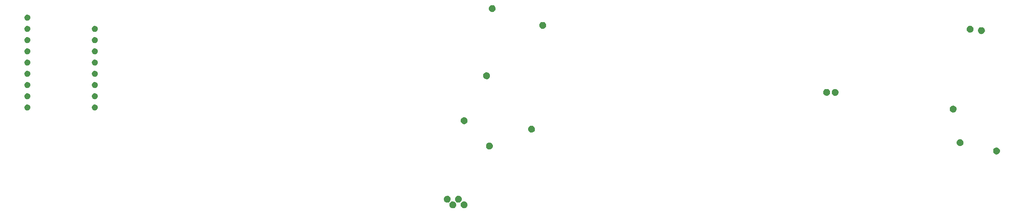
<source format=gbr>
%TF.GenerationSoftware,KiCad,Pcbnew,(5.1.6)-1*%
%TF.CreationDate,2020-06-07T23:27:20-04:00*%
%TF.ProjectId,kiCAD1,6b694341-4431-42e6-9b69-6361645f7063,rev?*%
%TF.SameCoordinates,Original*%
%TF.FileFunction,Soldermask,Top*%
%TF.FilePolarity,Negative*%
%FSLAX46Y46*%
G04 Gerber Fmt 4.6, Leading zero omitted, Abs format (unit mm)*
G04 Created by KiCad (PCBNEW (5.1.6)-1) date 2020-06-07 23:27:20*
%MOMM*%
%LPD*%
G01*
G04 APERTURE LIST*
%ADD10C,0.010000*%
%ADD11C,1.078570*%
%ADD12C,1.304760*%
G04 APERTURE END LIST*
D10*
%TO.C,G\u002A\u002A\u002A*%
G36*
X-1877775Y32224256D02*
G01*
X-1803229Y32216400D01*
X-1739986Y32199874D01*
X-1672586Y32171868D01*
X-1668008Y32169732D01*
X-1532715Y32086302D01*
X-1414174Y31974649D01*
X-1324131Y31846202D01*
X-1312777Y31824084D01*
X-1271159Y31700894D01*
X-1251281Y31557094D01*
X-1253743Y31408751D01*
X-1279143Y31271934D01*
X-1290859Y31236780D01*
X-1367059Y31090857D01*
X-1474131Y30967421D01*
X-1605322Y30870025D01*
X-1753880Y30802225D01*
X-1913053Y30767576D01*
X-2076089Y30769633D01*
X-2150883Y30783974D01*
X-2310378Y30844844D01*
X-2453090Y30939704D01*
X-2571311Y31062217D01*
X-2653288Y31197076D01*
X-2686458Y31305483D01*
X-2701625Y31436963D01*
X-2699020Y31576383D01*
X-2678875Y31708612D01*
X-2643837Y31813500D01*
X-2558045Y31950293D01*
X-2441862Y32069990D01*
X-2306869Y32161009D01*
X-2286000Y32171337D01*
X-2219437Y32199407D01*
X-2156582Y32216100D01*
X-2082212Y32224140D01*
X-1981106Y32226250D01*
X-1979084Y32226250D01*
X-1877775Y32224256D01*
G37*
X-1877775Y32224256D02*
X-1803229Y32216400D01*
X-1739986Y32199874D01*
X-1672586Y32171868D01*
X-1668008Y32169732D01*
X-1532715Y32086302D01*
X-1414174Y31974649D01*
X-1324131Y31846202D01*
X-1312777Y31824084D01*
X-1271159Y31700894D01*
X-1251281Y31557094D01*
X-1253743Y31408751D01*
X-1279143Y31271934D01*
X-1290859Y31236780D01*
X-1367059Y31090857D01*
X-1474131Y30967421D01*
X-1605322Y30870025D01*
X-1753880Y30802225D01*
X-1913053Y30767576D01*
X-2076089Y30769633D01*
X-2150883Y30783974D01*
X-2310378Y30844844D01*
X-2453090Y30939704D01*
X-2571311Y31062217D01*
X-2653288Y31197076D01*
X-2686458Y31305483D01*
X-2701625Y31436963D01*
X-2699020Y31576383D01*
X-2678875Y31708612D01*
X-2643837Y31813500D01*
X-2558045Y31950293D01*
X-2441862Y32069990D01*
X-2306869Y32161009D01*
X-2286000Y32171337D01*
X-2219437Y32199407D01*
X-2156582Y32216100D01*
X-2082212Y32224140D01*
X-1981106Y32226250D01*
X-1979084Y32226250D01*
X-1877775Y32224256D01*
G36*
X-106966804Y30067752D02*
G01*
X-106849378Y30048718D01*
X-106770547Y30019242D01*
X-106633409Y29927829D01*
X-106529751Y29815251D01*
X-106474474Y29721844D01*
X-106429795Y29591118D01*
X-106412948Y29447092D01*
X-106424329Y29304851D01*
X-106460425Y29187758D01*
X-106543415Y29053416D01*
X-106653469Y28945737D01*
X-106783839Y28867665D01*
X-106927773Y28822146D01*
X-107078523Y28812123D01*
X-107229339Y28840541D01*
X-107244464Y28845717D01*
X-107393221Y28918937D01*
X-107512285Y29022009D01*
X-107571748Y29101325D01*
X-107641547Y29247693D01*
X-107672092Y29399148D01*
X-107665023Y29549838D01*
X-107621981Y29693911D01*
X-107544607Y29825513D01*
X-107434542Y29938792D01*
X-107315000Y30017090D01*
X-107215218Y30051876D01*
X-107093951Y30068784D01*
X-106966804Y30067752D01*
G37*
X-106966804Y30067752D02*
X-106849378Y30048718D01*
X-106770547Y30019242D01*
X-106633409Y29927829D01*
X-106529751Y29815251D01*
X-106474474Y29721844D01*
X-106429795Y29591118D01*
X-106412948Y29447092D01*
X-106424329Y29304851D01*
X-106460425Y29187758D01*
X-106543415Y29053416D01*
X-106653469Y28945737D01*
X-106783839Y28867665D01*
X-106927773Y28822146D01*
X-107078523Y28812123D01*
X-107229339Y28840541D01*
X-107244464Y28845717D01*
X-107393221Y28918937D01*
X-107512285Y29022009D01*
X-107571748Y29101325D01*
X-107641547Y29247693D01*
X-107672092Y29399148D01*
X-107665023Y29549838D01*
X-107621981Y29693911D01*
X-107544607Y29825513D01*
X-107434542Y29938792D01*
X-107315000Y30017090D01*
X-107215218Y30051876D01*
X-107093951Y30068784D01*
X-106966804Y30067752D01*
G36*
X9611078Y28427320D02*
G01*
X9751454Y28385223D01*
X9760373Y28381181D01*
X9911917Y28290483D01*
X10032136Y28172549D01*
X10122753Y28028126D01*
X10157847Y27952059D01*
X10178533Y27889266D01*
X10188459Y27822684D01*
X10191273Y27735251D01*
X10191291Y27707612D01*
X10188525Y27606224D01*
X10178728Y27530181D01*
X10158745Y27462676D01*
X10134772Y27406675D01*
X10054232Y27275142D01*
X9945453Y27157191D01*
X9820324Y27064792D01*
X9768140Y27037568D01*
X9643433Y26996546D01*
X9502647Y26975817D01*
X9363966Y26976973D01*
X9269504Y26993932D01*
X9103827Y27061599D01*
X8963461Y27163039D01*
X8849537Y27297282D01*
X8786306Y27409868D01*
X8757082Y27480224D01*
X8740214Y27546996D01*
X8732650Y27626677D01*
X8731250Y27707612D01*
X8733117Y27803364D01*
X8741178Y27873991D01*
X8759123Y27936630D01*
X8790639Y28008415D01*
X8800246Y28028126D01*
X8893837Y28176254D01*
X9014878Y28293373D01*
X9162626Y28381181D01*
X9301391Y28425299D01*
X9455966Y28440678D01*
X9611078Y28427320D01*
G37*
X9611078Y28427320D02*
X9751454Y28385223D01*
X9760373Y28381181D01*
X9911917Y28290483D01*
X10032136Y28172549D01*
X10122753Y28028126D01*
X10157847Y27952059D01*
X10178533Y27889266D01*
X10188459Y27822684D01*
X10191273Y27735251D01*
X10191291Y27707612D01*
X10188525Y27606224D01*
X10178728Y27530181D01*
X10158745Y27462676D01*
X10134772Y27406675D01*
X10054232Y27275142D01*
X9945453Y27157191D01*
X9820324Y27064792D01*
X9768140Y27037568D01*
X9643433Y26996546D01*
X9502647Y26975817D01*
X9363966Y26976973D01*
X9269504Y26993932D01*
X9103827Y27061599D01*
X8963461Y27163039D01*
X8849537Y27297282D01*
X8786306Y27409868D01*
X8757082Y27480224D01*
X8740214Y27546996D01*
X8732650Y27626677D01*
X8731250Y27707612D01*
X8733117Y27803364D01*
X8741178Y27873991D01*
X8759123Y27936630D01*
X8790639Y28008415D01*
X8800246Y28028126D01*
X8893837Y28176254D01*
X9014878Y28293373D01*
X9162626Y28381181D01*
X9301391Y28425299D01*
X9455966Y28440678D01*
X9611078Y28427320D01*
G36*
X-91726804Y27527752D02*
G01*
X-91609378Y27508718D01*
X-91530547Y27479242D01*
X-91393085Y27387535D01*
X-91287227Y27273009D01*
X-91238408Y27195333D01*
X-91205784Y27129842D01*
X-91186986Y27070937D01*
X-91178348Y27002008D01*
X-91176219Y26913417D01*
X-91186843Y26765252D01*
X-91222601Y26641351D01*
X-91288015Y26529003D01*
X-91332560Y26473982D01*
X-91439416Y26382501D01*
X-91570743Y26317252D01*
X-91715831Y26280918D01*
X-91863973Y26276178D01*
X-92004460Y26305716D01*
X-92004464Y26305717D01*
X-92153749Y26379302D01*
X-92272962Y26482410D01*
X-92329430Y26557670D01*
X-92399506Y26704522D01*
X-92430388Y26856591D01*
X-92423717Y27007942D01*
X-92381136Y27152638D01*
X-92304289Y27284743D01*
X-92194817Y27398322D01*
X-92075000Y27477090D01*
X-91975218Y27511876D01*
X-91853951Y27528784D01*
X-91726804Y27527752D01*
G37*
X-91726804Y27527752D02*
X-91609378Y27508718D01*
X-91530547Y27479242D01*
X-91393085Y27387535D01*
X-91287227Y27273009D01*
X-91238408Y27195333D01*
X-91205784Y27129842D01*
X-91186986Y27070937D01*
X-91178348Y27002008D01*
X-91176219Y26913417D01*
X-91186843Y26765252D01*
X-91222601Y26641351D01*
X-91288015Y26529003D01*
X-91332560Y26473982D01*
X-91439416Y26382501D01*
X-91570743Y26317252D01*
X-91715831Y26280918D01*
X-91863973Y26276178D01*
X-92004460Y26305716D01*
X-92004464Y26305717D01*
X-92153749Y26379302D01*
X-92272962Y26482410D01*
X-92329430Y26557670D01*
X-92399506Y26704522D01*
X-92430388Y26856591D01*
X-92423717Y27007942D01*
X-92381136Y27152638D01*
X-92304289Y27284743D01*
X-92194817Y27398322D01*
X-92075000Y27477090D01*
X-91975218Y27511876D01*
X-91853951Y27528784D01*
X-91726804Y27527752D01*
G36*
X-106966804Y27527752D02*
G01*
X-106849378Y27508718D01*
X-106770547Y27479242D01*
X-106633409Y27387829D01*
X-106529751Y27275251D01*
X-106474474Y27181844D01*
X-106429795Y27051118D01*
X-106412948Y26907092D01*
X-106424329Y26764851D01*
X-106460425Y26647758D01*
X-106543415Y26513416D01*
X-106653469Y26405737D01*
X-106783839Y26327665D01*
X-106927773Y26282146D01*
X-107078523Y26272123D01*
X-107229339Y26300541D01*
X-107244464Y26305717D01*
X-107393221Y26378937D01*
X-107512285Y26482009D01*
X-107571748Y26561325D01*
X-107641547Y26707693D01*
X-107672092Y26859148D01*
X-107665023Y27009838D01*
X-107621981Y27153911D01*
X-107544607Y27285513D01*
X-107434542Y27398792D01*
X-107315000Y27477090D01*
X-107215218Y27511876D01*
X-107093951Y27528784D01*
X-106966804Y27527752D01*
G37*
X-106966804Y27527752D02*
X-106849378Y27508718D01*
X-106770547Y27479242D01*
X-106633409Y27387829D01*
X-106529751Y27275251D01*
X-106474474Y27181844D01*
X-106429795Y27051118D01*
X-106412948Y26907092D01*
X-106424329Y26764851D01*
X-106460425Y26647758D01*
X-106543415Y26513416D01*
X-106653469Y26405737D01*
X-106783839Y26327665D01*
X-106927773Y26282146D01*
X-107078523Y26272123D01*
X-107229339Y26300541D01*
X-107244464Y26305717D01*
X-107393221Y26378937D01*
X-107512285Y26482009D01*
X-107571748Y26561325D01*
X-107641547Y26707693D01*
X-107672092Y26859148D01*
X-107665023Y27009838D01*
X-107621981Y27153911D01*
X-107544607Y27285513D01*
X-107434542Y27398792D01*
X-107315000Y27477090D01*
X-107215218Y27511876D01*
X-107093951Y27528784D01*
X-106966804Y27527752D01*
G36*
X106217426Y27555415D02*
G01*
X106318758Y27527226D01*
X106430870Y27469466D01*
X106543336Y27383091D01*
X106643227Y27279680D01*
X106717613Y27170811D01*
X106718382Y27169360D01*
X106744497Y27115755D01*
X106761170Y27066426D01*
X106770471Y27009359D01*
X106774471Y26932542D01*
X106775250Y26839334D01*
X106774240Y26735667D01*
X106769785Y26662183D01*
X106759745Y26606750D01*
X106741981Y26557236D01*
X106716318Y26505236D01*
X106615706Y26355770D01*
X106490091Y26239283D01*
X106342533Y26157753D01*
X106176089Y26113159D01*
X106099074Y26105814D01*
X106006310Y26106235D01*
X105914729Y26114318D01*
X105853453Y26126074D01*
X105708195Y26187790D01*
X105575258Y26283536D01*
X105463435Y26405154D01*
X105381516Y26544490D01*
X105368714Y26575821D01*
X105332605Y26724597D01*
X105327481Y26885783D01*
X105352632Y27044080D01*
X105395897Y27162120D01*
X105481701Y27293292D01*
X105599683Y27408903D01*
X105740179Y27499809D01*
X105766126Y27512387D01*
X105905471Y27556172D01*
X106060864Y27570648D01*
X106217426Y27555415D01*
G37*
X106217426Y27555415D02*
X106318758Y27527226D01*
X106430870Y27469466D01*
X106543336Y27383091D01*
X106643227Y27279680D01*
X106717613Y27170811D01*
X106718382Y27169360D01*
X106744497Y27115755D01*
X106761170Y27066426D01*
X106770471Y27009359D01*
X106774471Y26932542D01*
X106775250Y26839334D01*
X106774240Y26735667D01*
X106769785Y26662183D01*
X106759745Y26606750D01*
X106741981Y26557236D01*
X106716318Y26505236D01*
X106615706Y26355770D01*
X106490091Y26239283D01*
X106342533Y26157753D01*
X106176089Y26113159D01*
X106099074Y26105814D01*
X106006310Y26106235D01*
X105914729Y26114318D01*
X105853453Y26126074D01*
X105708195Y26187790D01*
X105575258Y26283536D01*
X105463435Y26405154D01*
X105381516Y26544490D01*
X105368714Y26575821D01*
X105332605Y26724597D01*
X105327481Y26885783D01*
X105352632Y27044080D01*
X105395897Y27162120D01*
X105481701Y27293292D01*
X105599683Y27408903D01*
X105740179Y27499809D01*
X105766126Y27512387D01*
X105905471Y27556172D01*
X106060864Y27570648D01*
X106217426Y27555415D01*
G36*
X108727999Y27249636D02*
G01*
X108803152Y27240223D01*
X108869435Y27220739D01*
X108926206Y27196306D01*
X109080728Y27103436D01*
X109201453Y26985225D01*
X109289019Y26840843D01*
X109344061Y26669460D01*
X109348924Y26644811D01*
X109359419Y26477513D01*
X109331205Y26316417D01*
X109267904Y26167088D01*
X109173137Y26035089D01*
X109050522Y25925986D01*
X108903682Y25845342D01*
X108808094Y25813608D01*
X108678787Y25788126D01*
X108565308Y25785840D01*
X108448198Y25806559D01*
X108435337Y25809943D01*
X108272314Y25874845D01*
X108132708Y25974559D01*
X108018474Y26107409D01*
X107952140Y26224535D01*
X107922891Y26294949D01*
X107906039Y26361727D01*
X107898525Y26441403D01*
X107897181Y26521834D01*
X107899566Y26621401D01*
X107908875Y26696281D01*
X107928533Y26763977D01*
X107958256Y26833989D01*
X108048403Y26979796D01*
X108171967Y27101186D01*
X108325796Y27195069D01*
X108327292Y27195772D01*
X108398665Y27225597D01*
X108465338Y27242822D01*
X108544024Y27250582D01*
X108627333Y27252084D01*
X108727999Y27249636D01*
G37*
X108727999Y27249636D02*
X108803152Y27240223D01*
X108869435Y27220739D01*
X108926206Y27196306D01*
X109080728Y27103436D01*
X109201453Y26985225D01*
X109289019Y26840843D01*
X109344061Y26669460D01*
X109348924Y26644811D01*
X109359419Y26477513D01*
X109331205Y26316417D01*
X109267904Y26167088D01*
X109173137Y26035089D01*
X109050522Y25925986D01*
X108903682Y25845342D01*
X108808094Y25813608D01*
X108678787Y25788126D01*
X108565308Y25785840D01*
X108448198Y25806559D01*
X108435337Y25809943D01*
X108272314Y25874845D01*
X108132708Y25974559D01*
X108018474Y26107409D01*
X107952140Y26224535D01*
X107922891Y26294949D01*
X107906039Y26361727D01*
X107898525Y26441403D01*
X107897181Y26521834D01*
X107899566Y26621401D01*
X107908875Y26696281D01*
X107928533Y26763977D01*
X107958256Y26833989D01*
X108048403Y26979796D01*
X108171967Y27101186D01*
X108325796Y27195069D01*
X108327292Y27195772D01*
X108398665Y27225597D01*
X108465338Y27242822D01*
X108544024Y27250582D01*
X108627333Y27252084D01*
X108727999Y27249636D01*
G36*
X-91726804Y24987752D02*
G01*
X-91609378Y24968718D01*
X-91530547Y24939242D01*
X-91393085Y24847535D01*
X-91287227Y24733009D01*
X-91238408Y24655333D01*
X-91205784Y24589842D01*
X-91186986Y24530937D01*
X-91178348Y24462008D01*
X-91176219Y24373417D01*
X-91186843Y24225252D01*
X-91222601Y24101351D01*
X-91288015Y23989003D01*
X-91332560Y23933982D01*
X-91439416Y23842501D01*
X-91570743Y23777252D01*
X-91715831Y23740918D01*
X-91863973Y23736178D01*
X-92004460Y23765716D01*
X-92004464Y23765717D01*
X-92153749Y23839302D01*
X-92272962Y23942410D01*
X-92329430Y24017670D01*
X-92399506Y24164522D01*
X-92430388Y24316591D01*
X-92423717Y24467942D01*
X-92381136Y24612638D01*
X-92304289Y24744743D01*
X-92194817Y24858322D01*
X-92075000Y24937090D01*
X-91975218Y24971876D01*
X-91853951Y24988784D01*
X-91726804Y24987752D01*
G37*
X-91726804Y24987752D02*
X-91609378Y24968718D01*
X-91530547Y24939242D01*
X-91393085Y24847535D01*
X-91287227Y24733009D01*
X-91238408Y24655333D01*
X-91205784Y24589842D01*
X-91186986Y24530937D01*
X-91178348Y24462008D01*
X-91176219Y24373417D01*
X-91186843Y24225252D01*
X-91222601Y24101351D01*
X-91288015Y23989003D01*
X-91332560Y23933982D01*
X-91439416Y23842501D01*
X-91570743Y23777252D01*
X-91715831Y23740918D01*
X-91863973Y23736178D01*
X-92004460Y23765716D01*
X-92004464Y23765717D01*
X-92153749Y23839302D01*
X-92272962Y23942410D01*
X-92329430Y24017670D01*
X-92399506Y24164522D01*
X-92430388Y24316591D01*
X-92423717Y24467942D01*
X-92381136Y24612638D01*
X-92304289Y24744743D01*
X-92194817Y24858322D01*
X-92075000Y24937090D01*
X-91975218Y24971876D01*
X-91853951Y24988784D01*
X-91726804Y24987752D01*
G36*
X-106966804Y24987752D02*
G01*
X-106849378Y24968718D01*
X-106770547Y24939242D01*
X-106633409Y24847829D01*
X-106529751Y24735251D01*
X-106474474Y24641844D01*
X-106429795Y24511118D01*
X-106412948Y24367092D01*
X-106424329Y24224851D01*
X-106460425Y24107758D01*
X-106543415Y23973416D01*
X-106653469Y23865737D01*
X-106783839Y23787665D01*
X-106927773Y23742146D01*
X-107078523Y23732123D01*
X-107229339Y23760541D01*
X-107244464Y23765717D01*
X-107393221Y23838937D01*
X-107512285Y23942009D01*
X-107571748Y24021325D01*
X-107641547Y24167693D01*
X-107672092Y24319148D01*
X-107665023Y24469838D01*
X-107621981Y24613911D01*
X-107544607Y24745513D01*
X-107434542Y24858792D01*
X-107315000Y24937090D01*
X-107215218Y24971876D01*
X-107093951Y24988784D01*
X-106966804Y24987752D01*
G37*
X-106966804Y24987752D02*
X-106849378Y24968718D01*
X-106770547Y24939242D01*
X-106633409Y24847829D01*
X-106529751Y24735251D01*
X-106474474Y24641844D01*
X-106429795Y24511118D01*
X-106412948Y24367092D01*
X-106424329Y24224851D01*
X-106460425Y24107758D01*
X-106543415Y23973416D01*
X-106653469Y23865737D01*
X-106783839Y23787665D01*
X-106927773Y23742146D01*
X-107078523Y23732123D01*
X-107229339Y23760541D01*
X-107244464Y23765717D01*
X-107393221Y23838937D01*
X-107512285Y23942009D01*
X-107571748Y24021325D01*
X-107641547Y24167693D01*
X-107672092Y24319148D01*
X-107665023Y24469838D01*
X-107621981Y24613911D01*
X-107544607Y24745513D01*
X-107434542Y24858792D01*
X-107315000Y24937090D01*
X-107215218Y24971876D01*
X-107093951Y24988784D01*
X-106966804Y24987752D01*
G36*
X-91726804Y22447752D02*
G01*
X-91609378Y22428718D01*
X-91530547Y22399242D01*
X-91393085Y22307535D01*
X-91287227Y22193009D01*
X-91238408Y22115333D01*
X-91205784Y22049842D01*
X-91186986Y21990937D01*
X-91178348Y21922008D01*
X-91176219Y21833417D01*
X-91186843Y21685252D01*
X-91222601Y21561351D01*
X-91288015Y21449003D01*
X-91332560Y21393982D01*
X-91438833Y21303054D01*
X-91569714Y21237843D01*
X-91714229Y21201124D01*
X-91861407Y21195677D01*
X-92000274Y21224280D01*
X-92001360Y21224667D01*
X-92143629Y21291758D01*
X-92255534Y21382279D01*
X-92308523Y21446144D01*
X-92387102Y21587719D01*
X-92427021Y21736773D01*
X-92429753Y21887312D01*
X-92396769Y22033342D01*
X-92329541Y22168868D01*
X-92229542Y22287895D01*
X-92098243Y22384430D01*
X-92075000Y22397090D01*
X-91975218Y22431876D01*
X-91853951Y22448784D01*
X-91726804Y22447752D01*
G37*
X-91726804Y22447752D02*
X-91609378Y22428718D01*
X-91530547Y22399242D01*
X-91393085Y22307535D01*
X-91287227Y22193009D01*
X-91238408Y22115333D01*
X-91205784Y22049842D01*
X-91186986Y21990937D01*
X-91178348Y21922008D01*
X-91176219Y21833417D01*
X-91186843Y21685252D01*
X-91222601Y21561351D01*
X-91288015Y21449003D01*
X-91332560Y21393982D01*
X-91438833Y21303054D01*
X-91569714Y21237843D01*
X-91714229Y21201124D01*
X-91861407Y21195677D01*
X-92000274Y21224280D01*
X-92001360Y21224667D01*
X-92143629Y21291758D01*
X-92255534Y21382279D01*
X-92308523Y21446144D01*
X-92387102Y21587719D01*
X-92427021Y21736773D01*
X-92429753Y21887312D01*
X-92396769Y22033342D01*
X-92329541Y22168868D01*
X-92229542Y22287895D01*
X-92098243Y22384430D01*
X-92075000Y22397090D01*
X-91975218Y22431876D01*
X-91853951Y22448784D01*
X-91726804Y22447752D01*
G36*
X-106966804Y22447752D02*
G01*
X-106849378Y22428718D01*
X-106770547Y22399242D01*
X-106633409Y22307829D01*
X-106529751Y22195251D01*
X-106474474Y22101844D01*
X-106429795Y21971118D01*
X-106412948Y21827092D01*
X-106424329Y21684851D01*
X-106460425Y21567758D01*
X-106543415Y21433416D01*
X-106653469Y21325737D01*
X-106783839Y21247665D01*
X-106927773Y21202146D01*
X-107078523Y21192123D01*
X-107229339Y21220541D01*
X-107244464Y21225717D01*
X-107393221Y21298937D01*
X-107512285Y21402009D01*
X-107571748Y21481325D01*
X-107641547Y21627693D01*
X-107672092Y21779148D01*
X-107665023Y21929838D01*
X-107621981Y22073911D01*
X-107544607Y22205513D01*
X-107434542Y22318792D01*
X-107315000Y22397090D01*
X-107215218Y22431876D01*
X-107093951Y22448784D01*
X-106966804Y22447752D01*
G37*
X-106966804Y22447752D02*
X-106849378Y22428718D01*
X-106770547Y22399242D01*
X-106633409Y22307829D01*
X-106529751Y22195251D01*
X-106474474Y22101844D01*
X-106429795Y21971118D01*
X-106412948Y21827092D01*
X-106424329Y21684851D01*
X-106460425Y21567758D01*
X-106543415Y21433416D01*
X-106653469Y21325737D01*
X-106783839Y21247665D01*
X-106927773Y21202146D01*
X-107078523Y21192123D01*
X-107229339Y21220541D01*
X-107244464Y21225717D01*
X-107393221Y21298937D01*
X-107512285Y21402009D01*
X-107571748Y21481325D01*
X-107641547Y21627693D01*
X-107672092Y21779148D01*
X-107665023Y21929838D01*
X-107621981Y22073911D01*
X-107544607Y22205513D01*
X-107434542Y22318792D01*
X-107315000Y22397090D01*
X-107215218Y22431876D01*
X-107093951Y22448784D01*
X-106966804Y22447752D01*
G36*
X-91726804Y19907752D02*
G01*
X-91609378Y19888718D01*
X-91530547Y19859242D01*
X-91393085Y19767535D01*
X-91287227Y19653009D01*
X-91238408Y19575333D01*
X-91205784Y19509842D01*
X-91186986Y19450937D01*
X-91178348Y19382008D01*
X-91176219Y19293417D01*
X-91186843Y19145252D01*
X-91222601Y19021351D01*
X-91288015Y18909003D01*
X-91332560Y18853982D01*
X-91438833Y18763054D01*
X-91569714Y18697843D01*
X-91714229Y18661124D01*
X-91861407Y18655677D01*
X-92000274Y18684280D01*
X-92001360Y18684667D01*
X-92143629Y18751758D01*
X-92255534Y18842279D01*
X-92308523Y18906144D01*
X-92387102Y19047719D01*
X-92427021Y19196773D01*
X-92429753Y19347312D01*
X-92396769Y19493342D01*
X-92329541Y19628868D01*
X-92229542Y19747895D01*
X-92098243Y19844430D01*
X-92075000Y19857090D01*
X-91975218Y19891876D01*
X-91853951Y19908784D01*
X-91726804Y19907752D01*
G37*
X-91726804Y19907752D02*
X-91609378Y19888718D01*
X-91530547Y19859242D01*
X-91393085Y19767535D01*
X-91287227Y19653009D01*
X-91238408Y19575333D01*
X-91205784Y19509842D01*
X-91186986Y19450937D01*
X-91178348Y19382008D01*
X-91176219Y19293417D01*
X-91186843Y19145252D01*
X-91222601Y19021351D01*
X-91288015Y18909003D01*
X-91332560Y18853982D01*
X-91438833Y18763054D01*
X-91569714Y18697843D01*
X-91714229Y18661124D01*
X-91861407Y18655677D01*
X-92000274Y18684280D01*
X-92001360Y18684667D01*
X-92143629Y18751758D01*
X-92255534Y18842279D01*
X-92308523Y18906144D01*
X-92387102Y19047719D01*
X-92427021Y19196773D01*
X-92429753Y19347312D01*
X-92396769Y19493342D01*
X-92329541Y19628868D01*
X-92229542Y19747895D01*
X-92098243Y19844430D01*
X-92075000Y19857090D01*
X-91975218Y19891876D01*
X-91853951Y19908784D01*
X-91726804Y19907752D01*
G36*
X-106966804Y19907752D02*
G01*
X-106849378Y19888718D01*
X-106770547Y19859242D01*
X-106633409Y19767829D01*
X-106529751Y19655251D01*
X-106474474Y19561844D01*
X-106429795Y19431118D01*
X-106412948Y19287092D01*
X-106424329Y19144851D01*
X-106460425Y19027758D01*
X-106543415Y18893416D01*
X-106653469Y18785737D01*
X-106783839Y18707665D01*
X-106927773Y18662146D01*
X-107078523Y18652123D01*
X-107229339Y18680541D01*
X-107244464Y18685717D01*
X-107393221Y18758937D01*
X-107512285Y18862009D01*
X-107571748Y18941325D01*
X-107641547Y19087693D01*
X-107672092Y19239148D01*
X-107665023Y19389838D01*
X-107621981Y19533911D01*
X-107544607Y19665513D01*
X-107434542Y19778792D01*
X-107315000Y19857090D01*
X-107215218Y19891876D01*
X-107093951Y19908784D01*
X-106966804Y19907752D01*
G37*
X-106966804Y19907752D02*
X-106849378Y19888718D01*
X-106770547Y19859242D01*
X-106633409Y19767829D01*
X-106529751Y19655251D01*
X-106474474Y19561844D01*
X-106429795Y19431118D01*
X-106412948Y19287092D01*
X-106424329Y19144851D01*
X-106460425Y19027758D01*
X-106543415Y18893416D01*
X-106653469Y18785737D01*
X-106783839Y18707665D01*
X-106927773Y18662146D01*
X-107078523Y18652123D01*
X-107229339Y18680541D01*
X-107244464Y18685717D01*
X-107393221Y18758937D01*
X-107512285Y18862009D01*
X-107571748Y18941325D01*
X-107641547Y19087693D01*
X-107672092Y19239148D01*
X-107665023Y19389838D01*
X-107621981Y19533911D01*
X-107544607Y19665513D01*
X-107434542Y19778792D01*
X-107315000Y19857090D01*
X-107215218Y19891876D01*
X-107093951Y19908784D01*
X-106966804Y19907752D01*
G36*
X-91726804Y17367752D02*
G01*
X-91609378Y17348718D01*
X-91530547Y17319242D01*
X-91393085Y17227535D01*
X-91287227Y17113009D01*
X-91238408Y17035333D01*
X-91205784Y16969842D01*
X-91186986Y16910937D01*
X-91178348Y16842008D01*
X-91176219Y16753417D01*
X-91186843Y16605252D01*
X-91222601Y16481351D01*
X-91288015Y16369003D01*
X-91332560Y16313982D01*
X-91438833Y16223054D01*
X-91569714Y16157843D01*
X-91714229Y16121124D01*
X-91861407Y16115677D01*
X-92000274Y16144280D01*
X-92001360Y16144667D01*
X-92143629Y16211758D01*
X-92255534Y16302279D01*
X-92308523Y16366144D01*
X-92387102Y16507719D01*
X-92427021Y16656773D01*
X-92429753Y16807312D01*
X-92396769Y16953342D01*
X-92329541Y17088868D01*
X-92229542Y17207895D01*
X-92098243Y17304430D01*
X-92075000Y17317090D01*
X-91975218Y17351876D01*
X-91853951Y17368784D01*
X-91726804Y17367752D01*
G37*
X-91726804Y17367752D02*
X-91609378Y17348718D01*
X-91530547Y17319242D01*
X-91393085Y17227535D01*
X-91287227Y17113009D01*
X-91238408Y17035333D01*
X-91205784Y16969842D01*
X-91186986Y16910937D01*
X-91178348Y16842008D01*
X-91176219Y16753417D01*
X-91186843Y16605252D01*
X-91222601Y16481351D01*
X-91288015Y16369003D01*
X-91332560Y16313982D01*
X-91438833Y16223054D01*
X-91569714Y16157843D01*
X-91714229Y16121124D01*
X-91861407Y16115677D01*
X-92000274Y16144280D01*
X-92001360Y16144667D01*
X-92143629Y16211758D01*
X-92255534Y16302279D01*
X-92308523Y16366144D01*
X-92387102Y16507719D01*
X-92427021Y16656773D01*
X-92429753Y16807312D01*
X-92396769Y16953342D01*
X-92329541Y17088868D01*
X-92229542Y17207895D01*
X-92098243Y17304430D01*
X-92075000Y17317090D01*
X-91975218Y17351876D01*
X-91853951Y17368784D01*
X-91726804Y17367752D01*
G36*
X-106966804Y17367752D02*
G01*
X-106849378Y17348718D01*
X-106770547Y17319242D01*
X-106633409Y17227829D01*
X-106529751Y17115251D01*
X-106474474Y17021844D01*
X-106429795Y16891118D01*
X-106412948Y16747092D01*
X-106424329Y16604851D01*
X-106460425Y16487758D01*
X-106543415Y16353416D01*
X-106653469Y16245737D01*
X-106783839Y16167665D01*
X-106927773Y16122146D01*
X-107078523Y16112123D01*
X-107229339Y16140541D01*
X-107244464Y16145717D01*
X-107393221Y16218937D01*
X-107512285Y16322009D01*
X-107571748Y16401325D01*
X-107641547Y16547693D01*
X-107672092Y16699148D01*
X-107665023Y16849838D01*
X-107621981Y16993911D01*
X-107544607Y17125513D01*
X-107434542Y17238792D01*
X-107315000Y17317090D01*
X-107215218Y17351876D01*
X-107093951Y17368784D01*
X-106966804Y17367752D01*
G37*
X-106966804Y17367752D02*
X-106849378Y17348718D01*
X-106770547Y17319242D01*
X-106633409Y17227829D01*
X-106529751Y17115251D01*
X-106474474Y17021844D01*
X-106429795Y16891118D01*
X-106412948Y16747092D01*
X-106424329Y16604851D01*
X-106460425Y16487758D01*
X-106543415Y16353416D01*
X-106653469Y16245737D01*
X-106783839Y16167665D01*
X-106927773Y16122146D01*
X-107078523Y16112123D01*
X-107229339Y16140541D01*
X-107244464Y16145717D01*
X-107393221Y16218937D01*
X-107512285Y16322009D01*
X-107571748Y16401325D01*
X-107641547Y16547693D01*
X-107672092Y16699148D01*
X-107665023Y16849838D01*
X-107621981Y16993911D01*
X-107544607Y17125513D01*
X-107434542Y17238792D01*
X-107315000Y17317090D01*
X-107215218Y17351876D01*
X-107093951Y17368784D01*
X-106966804Y17367752D01*
G36*
X-3044120Y16999791D02*
G01*
X-2891896Y16935660D01*
X-2753259Y16835475D01*
X-2697807Y16779646D01*
X-2606013Y16655880D01*
X-2549078Y16523728D01*
X-2523978Y16374101D01*
X-2523637Y16256000D01*
X-2532179Y16149018D01*
X-2547970Y16067639D01*
X-2574776Y15995277D01*
X-2589890Y15964236D01*
X-2688336Y15815124D01*
X-2812553Y15699121D01*
X-2960054Y15617810D01*
X-3128352Y15572777D01*
X-3216915Y15564465D01*
X-3320060Y15565077D01*
X-3411853Y15574460D01*
X-3460750Y15585719D01*
X-3624994Y15658180D01*
X-3758267Y15758222D01*
X-3863839Y15888524D01*
X-3894978Y15942018D01*
X-3932697Y16018543D01*
X-3955655Y16085342D01*
X-3968322Y16159953D01*
X-3974986Y16256000D01*
X-3969660Y16423369D01*
X-3934633Y16566911D01*
X-3866893Y16695662D01*
X-3800361Y16779646D01*
X-3669637Y16895782D01*
X-3522689Y16975865D01*
X-3365479Y17019894D01*
X-3203968Y17027870D01*
X-3044120Y16999791D01*
G37*
X-3044120Y16999791D02*
X-2891896Y16935660D01*
X-2753259Y16835475D01*
X-2697807Y16779646D01*
X-2606013Y16655880D01*
X-2549078Y16523728D01*
X-2523978Y16374101D01*
X-2523637Y16256000D01*
X-2532179Y16149018D01*
X-2547970Y16067639D01*
X-2574776Y15995277D01*
X-2589890Y15964236D01*
X-2688336Y15815124D01*
X-2812553Y15699121D01*
X-2960054Y15617810D01*
X-3128352Y15572777D01*
X-3216915Y15564465D01*
X-3320060Y15565077D01*
X-3411853Y15574460D01*
X-3460750Y15585719D01*
X-3624994Y15658180D01*
X-3758267Y15758222D01*
X-3863839Y15888524D01*
X-3894978Y15942018D01*
X-3932697Y16018543D01*
X-3955655Y16085342D01*
X-3968322Y16159953D01*
X-3974986Y16256000D01*
X-3969660Y16423369D01*
X-3934633Y16566911D01*
X-3866893Y16695662D01*
X-3800361Y16779646D01*
X-3669637Y16895782D01*
X-3522689Y16975865D01*
X-3365479Y17019894D01*
X-3203968Y17027870D01*
X-3044120Y16999791D01*
G36*
X-91726804Y14827752D02*
G01*
X-91609378Y14808718D01*
X-91530547Y14779242D01*
X-91393085Y14687535D01*
X-91287227Y14573009D01*
X-91238408Y14495333D01*
X-91205784Y14429842D01*
X-91186986Y14370937D01*
X-91178348Y14302008D01*
X-91176219Y14213417D01*
X-91186843Y14065252D01*
X-91222601Y13941351D01*
X-91288015Y13829003D01*
X-91332560Y13773982D01*
X-91438833Y13683054D01*
X-91569714Y13617843D01*
X-91714229Y13581124D01*
X-91861407Y13575677D01*
X-92000274Y13604280D01*
X-92001360Y13604667D01*
X-92143629Y13671758D01*
X-92255534Y13762279D01*
X-92308523Y13826144D01*
X-92387102Y13967719D01*
X-92427021Y14116773D01*
X-92429753Y14267312D01*
X-92396769Y14413342D01*
X-92329541Y14548868D01*
X-92229542Y14667895D01*
X-92098243Y14764430D01*
X-92075000Y14777090D01*
X-91975218Y14811876D01*
X-91853951Y14828784D01*
X-91726804Y14827752D01*
G37*
X-91726804Y14827752D02*
X-91609378Y14808718D01*
X-91530547Y14779242D01*
X-91393085Y14687535D01*
X-91287227Y14573009D01*
X-91238408Y14495333D01*
X-91205784Y14429842D01*
X-91186986Y14370937D01*
X-91178348Y14302008D01*
X-91176219Y14213417D01*
X-91186843Y14065252D01*
X-91222601Y13941351D01*
X-91288015Y13829003D01*
X-91332560Y13773982D01*
X-91438833Y13683054D01*
X-91569714Y13617843D01*
X-91714229Y13581124D01*
X-91861407Y13575677D01*
X-92000274Y13604280D01*
X-92001360Y13604667D01*
X-92143629Y13671758D01*
X-92255534Y13762279D01*
X-92308523Y13826144D01*
X-92387102Y13967719D01*
X-92427021Y14116773D01*
X-92429753Y14267312D01*
X-92396769Y14413342D01*
X-92329541Y14548868D01*
X-92229542Y14667895D01*
X-92098243Y14764430D01*
X-92075000Y14777090D01*
X-91975218Y14811876D01*
X-91853951Y14828784D01*
X-91726804Y14827752D01*
G36*
X-106966804Y14827752D02*
G01*
X-106849378Y14808718D01*
X-106770547Y14779242D01*
X-106633409Y14687829D01*
X-106529751Y14575251D01*
X-106474474Y14481844D01*
X-106429795Y14351118D01*
X-106412948Y14207092D01*
X-106424329Y14064851D01*
X-106460425Y13947758D01*
X-106543415Y13813416D01*
X-106653469Y13705737D01*
X-106783839Y13627665D01*
X-106927773Y13582146D01*
X-107078523Y13572123D01*
X-107229339Y13600541D01*
X-107244464Y13605717D01*
X-107393221Y13678937D01*
X-107512285Y13782009D01*
X-107571748Y13861325D01*
X-107641547Y14007693D01*
X-107672092Y14159148D01*
X-107665023Y14309838D01*
X-107621981Y14453911D01*
X-107544607Y14585513D01*
X-107434542Y14698792D01*
X-107315000Y14777090D01*
X-107215218Y14811876D01*
X-107093951Y14828784D01*
X-106966804Y14827752D01*
G37*
X-106966804Y14827752D02*
X-106849378Y14808718D01*
X-106770547Y14779242D01*
X-106633409Y14687829D01*
X-106529751Y14575251D01*
X-106474474Y14481844D01*
X-106429795Y14351118D01*
X-106412948Y14207092D01*
X-106424329Y14064851D01*
X-106460425Y13947758D01*
X-106543415Y13813416D01*
X-106653469Y13705737D01*
X-106783839Y13627665D01*
X-106927773Y13582146D01*
X-107078523Y13572123D01*
X-107229339Y13600541D01*
X-107244464Y13605717D01*
X-107393221Y13678937D01*
X-107512285Y13782009D01*
X-107571748Y13861325D01*
X-107641547Y14007693D01*
X-107672092Y14159148D01*
X-107665023Y14309838D01*
X-107621981Y14453911D01*
X-107544607Y14585513D01*
X-107434542Y14698792D01*
X-107315000Y14777090D01*
X-107215218Y14811876D01*
X-107093951Y14828784D01*
X-106966804Y14827752D01*
G36*
X75685004Y13260186D02*
G01*
X75759074Y13247249D01*
X75825915Y13223871D01*
X75900149Y13187144D01*
X76041535Y13089884D01*
X76153614Y12963634D01*
X76225946Y12835898D01*
X76251270Y12771039D01*
X76266089Y12703090D01*
X76272769Y12617509D01*
X76273869Y12541250D01*
X76271397Y12435214D01*
X76262406Y12356765D01*
X76244529Y12291360D01*
X76225946Y12246603D01*
X76135487Y12093908D01*
X76018190Y11972926D01*
X75900149Y11895229D01*
X75828544Y11859360D01*
X75767580Y11837165D01*
X75701468Y11824847D01*
X75614417Y11818604D01*
X75575583Y11817135D01*
X75468782Y11816032D01*
X75388927Y11822336D01*
X75320995Y11837903D01*
X75275058Y11854286D01*
X75127049Y11933642D01*
X75006681Y12040068D01*
X74914955Y12167735D01*
X74852870Y12310816D01*
X74821429Y12463480D01*
X74821631Y12619899D01*
X74854476Y12774243D01*
X74920966Y12920685D01*
X75022100Y13053394D01*
X75062520Y13092528D01*
X75186365Y13184315D01*
X75318836Y13241333D01*
X75468971Y13266595D01*
X75586166Y13267153D01*
X75685004Y13260186D01*
G37*
X75685004Y13260186D02*
X75759074Y13247249D01*
X75825915Y13223871D01*
X75900149Y13187144D01*
X76041535Y13089884D01*
X76153614Y12963634D01*
X76225946Y12835898D01*
X76251270Y12771039D01*
X76266089Y12703090D01*
X76272769Y12617509D01*
X76273869Y12541250D01*
X76271397Y12435214D01*
X76262406Y12356765D01*
X76244529Y12291360D01*
X76225946Y12246603D01*
X76135487Y12093908D01*
X76018190Y11972926D01*
X75900149Y11895229D01*
X75828544Y11859360D01*
X75767580Y11837165D01*
X75701468Y11824847D01*
X75614417Y11818604D01*
X75575583Y11817135D01*
X75468782Y11816032D01*
X75388927Y11822336D01*
X75320995Y11837903D01*
X75275058Y11854286D01*
X75127049Y11933642D01*
X75006681Y12040068D01*
X74914955Y12167735D01*
X74852870Y12310816D01*
X74821429Y12463480D01*
X74821631Y12619899D01*
X74854476Y12774243D01*
X74920966Y12920685D01*
X75022100Y13053394D01*
X75062520Y13092528D01*
X75186365Y13184315D01*
X75318836Y13241333D01*
X75468971Y13266595D01*
X75586166Y13267153D01*
X75685004Y13260186D01*
G36*
X73781201Y13273523D02*
G01*
X73941996Y13222979D01*
X73949268Y13219696D01*
X74086308Y13136782D01*
X74206479Y13025138D01*
X74298184Y12895919D01*
X74310441Y12872329D01*
X74338994Y12809012D01*
X74356522Y12751890D01*
X74365608Y12686833D01*
X74368836Y12599715D01*
X74369067Y12551834D01*
X74366882Y12443970D01*
X74358988Y12364958D01*
X74343341Y12301478D01*
X74322939Y12250903D01*
X74252391Y12135048D01*
X74154670Y12024040D01*
X74042988Y11931298D01*
X73960885Y11883148D01*
X73825265Y11837173D01*
X73675431Y11816468D01*
X73527359Y11822025D01*
X73412346Y11849017D01*
X73247642Y11928296D01*
X73113781Y12035792D01*
X73012552Y12168930D01*
X72945746Y12325137D01*
X72915153Y12501837D01*
X72913321Y12566645D01*
X72933778Y12733196D01*
X72989531Y12883802D01*
X73075507Y13015265D01*
X73186634Y13124388D01*
X73317839Y13207973D01*
X73464051Y13262822D01*
X73620195Y13285738D01*
X73781201Y13273523D01*
G37*
X73781201Y13273523D02*
X73941996Y13222979D01*
X73949268Y13219696D01*
X74086308Y13136782D01*
X74206479Y13025138D01*
X74298184Y12895919D01*
X74310441Y12872329D01*
X74338994Y12809012D01*
X74356522Y12751890D01*
X74365608Y12686833D01*
X74368836Y12599715D01*
X74369067Y12551834D01*
X74366882Y12443970D01*
X74358988Y12364958D01*
X74343341Y12301478D01*
X74322939Y12250903D01*
X74252391Y12135048D01*
X74154670Y12024040D01*
X74042988Y11931298D01*
X73960885Y11883148D01*
X73825265Y11837173D01*
X73675431Y11816468D01*
X73527359Y11822025D01*
X73412346Y11849017D01*
X73247642Y11928296D01*
X73113781Y12035792D01*
X73012552Y12168930D01*
X72945746Y12325137D01*
X72915153Y12501837D01*
X72913321Y12566645D01*
X72933778Y12733196D01*
X72989531Y12883802D01*
X73075507Y13015265D01*
X73186634Y13124388D01*
X73317839Y13207973D01*
X73464051Y13262822D01*
X73620195Y13285738D01*
X73781201Y13273523D01*
G36*
X-91726804Y12287752D02*
G01*
X-91609378Y12268718D01*
X-91530547Y12239242D01*
X-91393409Y12147829D01*
X-91289751Y12035251D01*
X-91234474Y11941844D01*
X-91189795Y11811118D01*
X-91172948Y11667092D01*
X-91184329Y11524851D01*
X-91220425Y11407758D01*
X-91302967Y11274186D01*
X-91412565Y11166768D01*
X-91542363Y11088517D01*
X-91685504Y11042445D01*
X-91835131Y11031564D01*
X-91984386Y11058888D01*
X-92001360Y11064667D01*
X-92143629Y11131758D01*
X-92255534Y11222279D01*
X-92308523Y11286144D01*
X-92387102Y11427719D01*
X-92427021Y11576773D01*
X-92429753Y11727312D01*
X-92396769Y11873342D01*
X-92329541Y12008868D01*
X-92229542Y12127895D01*
X-92098243Y12224430D01*
X-92075000Y12237090D01*
X-91975218Y12271876D01*
X-91853951Y12288784D01*
X-91726804Y12287752D01*
G37*
X-91726804Y12287752D02*
X-91609378Y12268718D01*
X-91530547Y12239242D01*
X-91393409Y12147829D01*
X-91289751Y12035251D01*
X-91234474Y11941844D01*
X-91189795Y11811118D01*
X-91172948Y11667092D01*
X-91184329Y11524851D01*
X-91220425Y11407758D01*
X-91302967Y11274186D01*
X-91412565Y11166768D01*
X-91542363Y11088517D01*
X-91685504Y11042445D01*
X-91835131Y11031564D01*
X-91984386Y11058888D01*
X-92001360Y11064667D01*
X-92143629Y11131758D01*
X-92255534Y11222279D01*
X-92308523Y11286144D01*
X-92387102Y11427719D01*
X-92427021Y11576773D01*
X-92429753Y11727312D01*
X-92396769Y11873342D01*
X-92329541Y12008868D01*
X-92229542Y12127895D01*
X-92098243Y12224430D01*
X-92075000Y12237090D01*
X-91975218Y12271876D01*
X-91853951Y12288784D01*
X-91726804Y12287752D01*
G36*
X-106966804Y12287752D02*
G01*
X-106849378Y12268718D01*
X-106770547Y12239242D01*
X-106633409Y12147829D01*
X-106529751Y12035251D01*
X-106474474Y11941844D01*
X-106429795Y11811118D01*
X-106412948Y11667092D01*
X-106424329Y11524851D01*
X-106460425Y11407758D01*
X-106543415Y11273416D01*
X-106653469Y11165737D01*
X-106783839Y11087665D01*
X-106927773Y11042146D01*
X-107078523Y11032123D01*
X-107229339Y11060541D01*
X-107244464Y11065717D01*
X-107393221Y11138937D01*
X-107512285Y11242009D01*
X-107571748Y11321325D01*
X-107641547Y11467693D01*
X-107672092Y11619148D01*
X-107665023Y11769838D01*
X-107621981Y11913911D01*
X-107544607Y12045513D01*
X-107434542Y12158792D01*
X-107315000Y12237090D01*
X-107215218Y12271876D01*
X-107093951Y12288784D01*
X-106966804Y12287752D01*
G37*
X-106966804Y12287752D02*
X-106849378Y12268718D01*
X-106770547Y12239242D01*
X-106633409Y12147829D01*
X-106529751Y12035251D01*
X-106474474Y11941844D01*
X-106429795Y11811118D01*
X-106412948Y11667092D01*
X-106424329Y11524851D01*
X-106460425Y11407758D01*
X-106543415Y11273416D01*
X-106653469Y11165737D01*
X-106783839Y11087665D01*
X-106927773Y11042146D01*
X-107078523Y11032123D01*
X-107229339Y11060541D01*
X-107244464Y11065717D01*
X-107393221Y11138937D01*
X-107512285Y11242009D01*
X-107571748Y11321325D01*
X-107641547Y11467693D01*
X-107672092Y11619148D01*
X-107665023Y11769838D01*
X-107621981Y11913911D01*
X-107544607Y12045513D01*
X-107434542Y12158792D01*
X-107315000Y12237090D01*
X-107215218Y12271876D01*
X-107093951Y12288784D01*
X-106966804Y12287752D01*
G36*
X-91726804Y9747752D02*
G01*
X-91609378Y9728718D01*
X-91530547Y9699242D01*
X-91393409Y9607829D01*
X-91289751Y9495251D01*
X-91234474Y9401844D01*
X-91189795Y9271118D01*
X-91172948Y9127092D01*
X-91184329Y8984851D01*
X-91220425Y8867758D01*
X-91302967Y8734186D01*
X-91412565Y8626768D01*
X-91542363Y8548517D01*
X-91685504Y8502445D01*
X-91835131Y8491564D01*
X-91984386Y8518888D01*
X-92001360Y8524667D01*
X-92143629Y8591758D01*
X-92255534Y8682279D01*
X-92308523Y8746144D01*
X-92387102Y8887719D01*
X-92427021Y9036773D01*
X-92429753Y9187312D01*
X-92396769Y9333342D01*
X-92329541Y9468868D01*
X-92229542Y9587895D01*
X-92098243Y9684430D01*
X-92075000Y9697090D01*
X-91975218Y9731876D01*
X-91853951Y9748784D01*
X-91726804Y9747752D01*
G37*
X-91726804Y9747752D02*
X-91609378Y9728718D01*
X-91530547Y9699242D01*
X-91393409Y9607829D01*
X-91289751Y9495251D01*
X-91234474Y9401844D01*
X-91189795Y9271118D01*
X-91172948Y9127092D01*
X-91184329Y8984851D01*
X-91220425Y8867758D01*
X-91302967Y8734186D01*
X-91412565Y8626768D01*
X-91542363Y8548517D01*
X-91685504Y8502445D01*
X-91835131Y8491564D01*
X-91984386Y8518888D01*
X-92001360Y8524667D01*
X-92143629Y8591758D01*
X-92255534Y8682279D01*
X-92308523Y8746144D01*
X-92387102Y8887719D01*
X-92427021Y9036773D01*
X-92429753Y9187312D01*
X-92396769Y9333342D01*
X-92329541Y9468868D01*
X-92229542Y9587895D01*
X-92098243Y9684430D01*
X-92075000Y9697090D01*
X-91975218Y9731876D01*
X-91853951Y9748784D01*
X-91726804Y9747752D01*
G36*
X-106966804Y9747752D02*
G01*
X-106849378Y9728718D01*
X-106770547Y9699242D01*
X-106633409Y9607829D01*
X-106529751Y9495251D01*
X-106474474Y9401844D01*
X-106429795Y9271118D01*
X-106412948Y9127092D01*
X-106424329Y8984851D01*
X-106460425Y8867758D01*
X-106543415Y8733416D01*
X-106653469Y8625737D01*
X-106783839Y8547665D01*
X-106927773Y8502146D01*
X-107078523Y8492123D01*
X-107229339Y8520541D01*
X-107244464Y8525717D01*
X-107393221Y8598937D01*
X-107512285Y8702009D01*
X-107571748Y8781325D01*
X-107641547Y8927693D01*
X-107672092Y9079148D01*
X-107665023Y9229838D01*
X-107621981Y9373911D01*
X-107544607Y9505513D01*
X-107434542Y9618792D01*
X-107315000Y9697090D01*
X-107215218Y9731876D01*
X-107093951Y9748784D01*
X-106966804Y9747752D01*
G37*
X-106966804Y9747752D02*
X-106849378Y9728718D01*
X-106770547Y9699242D01*
X-106633409Y9607829D01*
X-106529751Y9495251D01*
X-106474474Y9401844D01*
X-106429795Y9271118D01*
X-106412948Y9127092D01*
X-106424329Y8984851D01*
X-106460425Y8867758D01*
X-106543415Y8733416D01*
X-106653469Y8625737D01*
X-106783839Y8547665D01*
X-106927773Y8502146D01*
X-107078523Y8492123D01*
X-107229339Y8520541D01*
X-107244464Y8525717D01*
X-107393221Y8598937D01*
X-107512285Y8702009D01*
X-107571748Y8781325D01*
X-107641547Y8927693D01*
X-107672092Y9079148D01*
X-107665023Y9229838D01*
X-107621981Y9373911D01*
X-107544607Y9505513D01*
X-107434542Y9618792D01*
X-107315000Y9697090D01*
X-107215218Y9731876D01*
X-107093951Y9748784D01*
X-106966804Y9747752D01*
G36*
X102443557Y9456157D02*
G01*
X102597434Y9387864D01*
X102731745Y9284380D01*
X102842170Y9147822D01*
X102871485Y9097984D01*
X102905833Y9031693D01*
X102927217Y8977805D01*
X102938686Y8922249D01*
X102943289Y8850953D01*
X102944083Y8763000D01*
X102942372Y8660028D01*
X102935602Y8585098D01*
X102921313Y8524000D01*
X102897049Y8462524D01*
X102889170Y8445500D01*
X102803699Y8309098D01*
X102688119Y8189849D01*
X102553944Y8099256D01*
X102531333Y8088101D01*
X102413234Y8048807D01*
X102276399Y8028123D01*
X102137499Y8027008D01*
X102013205Y8046422D01*
X101981114Y8056445D01*
X101827869Y8131467D01*
X101696719Y8235460D01*
X101594859Y8361988D01*
X101554103Y8438457D01*
X101501192Y8604090D01*
X101486347Y8769665D01*
X101506854Y8929955D01*
X101559996Y9079731D01*
X101643057Y9213765D01*
X101753322Y9326828D01*
X101888076Y9413693D01*
X102044603Y9469131D01*
X102094401Y9478696D01*
X102274439Y9487140D01*
X102443557Y9456157D01*
G37*
X102443557Y9456157D02*
X102597434Y9387864D01*
X102731745Y9284380D01*
X102842170Y9147822D01*
X102871485Y9097984D01*
X102905833Y9031693D01*
X102927217Y8977805D01*
X102938686Y8922249D01*
X102943289Y8850953D01*
X102944083Y8763000D01*
X102942372Y8660028D01*
X102935602Y8585098D01*
X102921313Y8524000D01*
X102897049Y8462524D01*
X102889170Y8445500D01*
X102803699Y8309098D01*
X102688119Y8189849D01*
X102553944Y8099256D01*
X102531333Y8088101D01*
X102413234Y8048807D01*
X102276399Y8028123D01*
X102137499Y8027008D01*
X102013205Y8046422D01*
X101981114Y8056445D01*
X101827869Y8131467D01*
X101696719Y8235460D01*
X101594859Y8361988D01*
X101554103Y8438457D01*
X101501192Y8604090D01*
X101486347Y8769665D01*
X101506854Y8929955D01*
X101559996Y9079731D01*
X101643057Y9213765D01*
X101753322Y9326828D01*
X101888076Y9413693D01*
X102044603Y9469131D01*
X102094401Y9478696D01*
X102274439Y9487140D01*
X102443557Y9456157D01*
G36*
X-8134768Y6850192D02*
G01*
X-7983149Y6798248D01*
X-7847950Y6708957D01*
X-7768783Y6632395D01*
X-7673544Y6509380D01*
X-7613423Y6382735D01*
X-7584691Y6241723D01*
X-7582470Y6096000D01*
X-7602203Y5938117D01*
X-7647509Y5805682D01*
X-7723335Y5687174D01*
X-7789326Y5614155D01*
X-7918605Y5513535D01*
X-8069972Y5443317D01*
X-8233633Y5406050D01*
X-8399797Y5404283D01*
X-8513166Y5425760D01*
X-8665892Y5490365D01*
X-8802258Y5590800D01*
X-8915995Y5721783D01*
X-8969427Y5810250D01*
X-9013745Y5932172D01*
X-9035528Y6074891D01*
X-9034066Y6222931D01*
X-9008647Y6360817D01*
X-8996370Y6397555D01*
X-8923128Y6536770D01*
X-8817471Y6662244D01*
X-8689181Y6763616D01*
X-8610420Y6806305D01*
X-8528866Y6839717D01*
X-8456023Y6858316D01*
X-8372424Y6866007D01*
X-8307917Y6867012D01*
X-8134768Y6850192D01*
G37*
X-8134768Y6850192D02*
X-7983149Y6798248D01*
X-7847950Y6708957D01*
X-7768783Y6632395D01*
X-7673544Y6509380D01*
X-7613423Y6382735D01*
X-7584691Y6241723D01*
X-7582470Y6096000D01*
X-7602203Y5938117D01*
X-7647509Y5805682D01*
X-7723335Y5687174D01*
X-7789326Y5614155D01*
X-7918605Y5513535D01*
X-8069972Y5443317D01*
X-8233633Y5406050D01*
X-8399797Y5404283D01*
X-8513166Y5425760D01*
X-8665892Y5490365D01*
X-8802258Y5590800D01*
X-8915995Y5721783D01*
X-8969427Y5810250D01*
X-9013745Y5932172D01*
X-9035528Y6074891D01*
X-9034066Y6222931D01*
X-9008647Y6360817D01*
X-8996370Y6397555D01*
X-8923128Y6536770D01*
X-8817471Y6662244D01*
X-8689181Y6763616D01*
X-8610420Y6806305D01*
X-8528866Y6839717D01*
X-8456023Y6858316D01*
X-8372424Y6866007D01*
X-8307917Y6867012D01*
X-8134768Y6850192D01*
G36*
X7068322Y4953995D02*
G01*
X7209135Y4912241D01*
X7220373Y4907194D01*
X7371853Y4816678D01*
X7492091Y4698775D01*
X7582753Y4554293D01*
X7617847Y4478225D01*
X7638533Y4415432D01*
X7648459Y4348850D01*
X7651273Y4261418D01*
X7651291Y4233779D01*
X7648525Y4132390D01*
X7638728Y4056348D01*
X7618745Y3988843D01*
X7594772Y3932841D01*
X7514232Y3801309D01*
X7405453Y3683357D01*
X7280324Y3590958D01*
X7228140Y3563735D01*
X7103433Y3522713D01*
X6962647Y3501984D01*
X6823966Y3503140D01*
X6729504Y3520099D01*
X6563827Y3587765D01*
X6423461Y3689206D01*
X6309537Y3823449D01*
X6246306Y3936035D01*
X6217082Y4006390D01*
X6200214Y4073163D01*
X6192650Y4152844D01*
X6191250Y4233779D01*
X6193117Y4329530D01*
X6201178Y4400158D01*
X6219123Y4462796D01*
X6250639Y4534582D01*
X6260246Y4554293D01*
X6353679Y4702218D01*
X6474650Y4819434D01*
X6622626Y4907806D01*
X6760034Y4951792D01*
X6913611Y4967184D01*
X7068322Y4953995D01*
G37*
X7068322Y4953995D02*
X7209135Y4912241D01*
X7220373Y4907194D01*
X7371853Y4816678D01*
X7492091Y4698775D01*
X7582753Y4554293D01*
X7617847Y4478225D01*
X7638533Y4415432D01*
X7648459Y4348850D01*
X7651273Y4261418D01*
X7651291Y4233779D01*
X7648525Y4132390D01*
X7638728Y4056348D01*
X7618745Y3988843D01*
X7594772Y3932841D01*
X7514232Y3801309D01*
X7405453Y3683357D01*
X7280324Y3590958D01*
X7228140Y3563735D01*
X7103433Y3522713D01*
X6962647Y3501984D01*
X6823966Y3503140D01*
X6729504Y3520099D01*
X6563827Y3587765D01*
X6423461Y3689206D01*
X6309537Y3823449D01*
X6246306Y3936035D01*
X6217082Y4006390D01*
X6200214Y4073163D01*
X6192650Y4152844D01*
X6191250Y4233779D01*
X6193117Y4329530D01*
X6201178Y4400158D01*
X6219123Y4462796D01*
X6250639Y4534582D01*
X6260246Y4554293D01*
X6353679Y4702218D01*
X6474650Y4819434D01*
X6622626Y4907806D01*
X6760034Y4951792D01*
X6913611Y4967184D01*
X7068322Y4953995D01*
G36*
X103811916Y1893546D02*
G01*
X103912622Y1891147D01*
X103986370Y1883111D01*
X104048448Y1866552D01*
X104114143Y1838579D01*
X104121508Y1835039D01*
X104237336Y1761541D01*
X104347939Y1660459D01*
X104439892Y1545439D01*
X104485439Y1465098D01*
X104509094Y1404388D01*
X104523298Y1339232D01*
X104530092Y1256310D01*
X104531567Y1164167D01*
X104530066Y1063184D01*
X104523822Y990352D01*
X104510250Y931542D01*
X104486765Y872627D01*
X104472941Y843672D01*
X104381496Y703187D01*
X104261409Y588525D01*
X104119592Y502791D01*
X103962953Y449093D01*
X103798402Y430540D01*
X103632850Y450237D01*
X103610833Y455987D01*
X103451628Y521099D01*
X103316219Y618145D01*
X103207861Y742045D01*
X103129808Y887717D01*
X103085315Y1050079D01*
X103077638Y1224051D01*
X103083251Y1279606D01*
X103126046Y1442629D01*
X103205706Y1590313D01*
X103317830Y1716777D01*
X103458019Y1816138D01*
X103500840Y1837898D01*
X103568361Y1866523D01*
X103630302Y1883514D01*
X103702028Y1891619D01*
X103798900Y1893587D01*
X103811916Y1893546D01*
G37*
X103811916Y1893546D02*
X103912622Y1891147D01*
X103986370Y1883111D01*
X104048448Y1866552D01*
X104114143Y1838579D01*
X104121508Y1835039D01*
X104237336Y1761541D01*
X104347939Y1660459D01*
X104439892Y1545439D01*
X104485439Y1465098D01*
X104509094Y1404388D01*
X104523298Y1339232D01*
X104530092Y1256310D01*
X104531567Y1164167D01*
X104530066Y1063184D01*
X104523822Y990352D01*
X104510250Y931542D01*
X104486765Y872627D01*
X104472941Y843672D01*
X104381496Y703187D01*
X104261409Y588525D01*
X104119592Y502791D01*
X103962953Y449093D01*
X103798402Y430540D01*
X103632850Y450237D01*
X103610833Y455987D01*
X103451628Y521099D01*
X103316219Y618145D01*
X103207861Y742045D01*
X103129808Y887717D01*
X103085315Y1050079D01*
X103077638Y1224051D01*
X103083251Y1279606D01*
X103126046Y1442629D01*
X103205706Y1590313D01*
X103317830Y1716777D01*
X103458019Y1816138D01*
X103500840Y1837898D01*
X103568361Y1866523D01*
X103630302Y1883514D01*
X103702028Y1891619D01*
X103798900Y1893587D01*
X103811916Y1893546D01*
G36*
X-2506397Y1131355D02*
G01*
X-2437544Y1126138D01*
X-2382872Y1113718D01*
X-2328311Y1091048D01*
X-2268624Y1059876D01*
X-2118899Y957463D01*
X-2004749Y832165D01*
X-1926562Y684635D01*
X-1884727Y515525D01*
X-1877225Y402167D01*
X-1880484Y301475D01*
X-1894421Y221168D01*
X-1923309Y139785D01*
X-1934569Y114081D01*
X-2020412Y-29191D01*
X-2134827Y-148819D01*
X-2270973Y-241166D01*
X-2422010Y-302596D01*
X-2581097Y-329472D01*
X-2741393Y-318160D01*
X-2745959Y-317232D01*
X-2917264Y-261632D01*
X-3064655Y-171210D01*
X-3186878Y-46902D01*
X-3260833Y67183D01*
X-3295081Y133651D01*
X-3316407Y187859D01*
X-3327870Y243923D01*
X-3332531Y315961D01*
X-3333431Y402167D01*
X-3331464Y509650D01*
X-3323809Y588277D01*
X-3308440Y651366D01*
X-3287623Y703098D01*
X-3216831Y819045D01*
X-3118129Y931007D01*
X-3004838Y1025411D01*
X-2923637Y1073951D01*
X-2860435Y1102431D01*
X-2803303Y1119912D01*
X-2738123Y1128972D01*
X-2650779Y1132188D01*
X-2603500Y1132417D01*
X-2506397Y1131355D01*
G37*
X-2506397Y1131355D02*
X-2437544Y1126138D01*
X-2382872Y1113718D01*
X-2328311Y1091048D01*
X-2268624Y1059876D01*
X-2118899Y957463D01*
X-2004749Y832165D01*
X-1926562Y684635D01*
X-1884727Y515525D01*
X-1877225Y402167D01*
X-1880484Y301475D01*
X-1894421Y221168D01*
X-1923309Y139785D01*
X-1934569Y114081D01*
X-2020412Y-29191D01*
X-2134827Y-148819D01*
X-2270973Y-241166D01*
X-2422010Y-302596D01*
X-2581097Y-329472D01*
X-2741393Y-318160D01*
X-2745959Y-317232D01*
X-2917264Y-261632D01*
X-3064655Y-171210D01*
X-3186878Y-46902D01*
X-3260833Y67183D01*
X-3295081Y133651D01*
X-3316407Y187859D01*
X-3327870Y243923D01*
X-3332531Y315961D01*
X-3333431Y402167D01*
X-3331464Y509650D01*
X-3323809Y588277D01*
X-3308440Y651366D01*
X-3287623Y703098D01*
X-3216831Y819045D01*
X-3118129Y931007D01*
X-3004838Y1025411D01*
X-2923637Y1073951D01*
X-2860435Y1102431D01*
X-2803303Y1119912D01*
X-2738123Y1128972D01*
X-2650779Y1132188D01*
X-2603500Y1132417D01*
X-2506397Y1131355D01*
G36*
X112254497Y-19375D02*
G01*
X112403429Y-84015D01*
X112537309Y-181201D01*
X112650522Y-309387D01*
X112715466Y-418753D01*
X112748477Y-518462D01*
X112765957Y-642476D01*
X112767809Y-775683D01*
X112753938Y-902970D01*
X112724250Y-1009224D01*
X112719272Y-1020597D01*
X112648724Y-1136452D01*
X112551003Y-1247460D01*
X112439321Y-1340202D01*
X112357218Y-1388352D01*
X112221598Y-1434327D01*
X112071764Y-1455032D01*
X111923692Y-1449475D01*
X111808679Y-1422483D01*
X111653218Y-1346980D01*
X111525332Y-1245186D01*
X111425807Y-1122562D01*
X111355430Y-984569D01*
X111314989Y-836669D01*
X111305271Y-684323D01*
X111327062Y-532993D01*
X111381151Y-388139D01*
X111468323Y-255224D01*
X111589367Y-139708D01*
X111620562Y-117212D01*
X111773545Y-36200D01*
X111933939Y6079D01*
X112096128Y11171D01*
X112254497Y-19375D01*
G37*
X112254497Y-19375D02*
X112403429Y-84015D01*
X112537309Y-181201D01*
X112650522Y-309387D01*
X112715466Y-418753D01*
X112748477Y-518462D01*
X112765957Y-642476D01*
X112767809Y-775683D01*
X112753938Y-902970D01*
X112724250Y-1009224D01*
X112719272Y-1020597D01*
X112648724Y-1136452D01*
X112551003Y-1247460D01*
X112439321Y-1340202D01*
X112357218Y-1388352D01*
X112221598Y-1434327D01*
X112071764Y-1455032D01*
X111923692Y-1449475D01*
X111808679Y-1422483D01*
X111653218Y-1346980D01*
X111525332Y-1245186D01*
X111425807Y-1122562D01*
X111355430Y-984569D01*
X111314989Y-836669D01*
X111305271Y-684323D01*
X111327062Y-532993D01*
X111381151Y-388139D01*
X111468323Y-255224D01*
X111589367Y-139708D01*
X111620562Y-117212D01*
X111773545Y-36200D01*
X111933939Y6079D01*
X112096128Y11171D01*
X112254497Y-19375D01*
G36*
X-9509043Y-10892106D02*
G01*
X-9436639Y-10897948D01*
X-9378402Y-10911089D01*
X-9320279Y-10934061D01*
X-9289531Y-10948715D01*
X-9174636Y-11022096D01*
X-9065087Y-11122138D01*
X-8973975Y-11235476D01*
X-8926335Y-11319568D01*
X-8901652Y-11385920D01*
X-8887287Y-11459639D01*
X-8881002Y-11554817D01*
X-8880207Y-11609916D01*
X-8881630Y-11709805D01*
X-8888809Y-11783115D01*
X-8904636Y-11845504D01*
X-8932001Y-11912629D01*
X-8938840Y-11927416D01*
X-9018452Y-12057087D01*
X-9124706Y-12171177D01*
X-9246904Y-12259475D01*
X-9325661Y-12296667D01*
X-9433656Y-12328163D01*
X-9550204Y-12347875D01*
X-9657712Y-12353475D01*
X-9715500Y-12348250D01*
X-9888147Y-12296901D01*
X-10038955Y-12211225D01*
X-10164039Y-12094843D01*
X-10259512Y-11951378D01*
X-10321490Y-11784451D01*
X-10321821Y-11783109D01*
X-10343521Y-11611695D01*
X-10325109Y-11446242D01*
X-10268785Y-11291344D01*
X-10176750Y-11151590D01*
X-10051203Y-11031572D01*
X-9922635Y-10949981D01*
X-9863277Y-10921735D01*
X-9808823Y-10904284D01*
X-9745623Y-10895057D01*
X-9660027Y-10891483D01*
X-9609667Y-10891031D01*
X-9509043Y-10892106D01*
G37*
X-9509043Y-10892106D02*
X-9436639Y-10897948D01*
X-9378402Y-10911089D01*
X-9320279Y-10934061D01*
X-9289531Y-10948715D01*
X-9174636Y-11022096D01*
X-9065087Y-11122138D01*
X-8973975Y-11235476D01*
X-8926335Y-11319568D01*
X-8901652Y-11385920D01*
X-8887287Y-11459639D01*
X-8881002Y-11554817D01*
X-8880207Y-11609916D01*
X-8881630Y-11709805D01*
X-8888809Y-11783115D01*
X-8904636Y-11845504D01*
X-8932001Y-11912629D01*
X-8938840Y-11927416D01*
X-9018452Y-12057087D01*
X-9124706Y-12171177D01*
X-9246904Y-12259475D01*
X-9325661Y-12296667D01*
X-9433656Y-12328163D01*
X-9550204Y-12347875D01*
X-9657712Y-12353475D01*
X-9715500Y-12348250D01*
X-9888147Y-12296901D01*
X-10038955Y-12211225D01*
X-10164039Y-12094843D01*
X-10259512Y-11951378D01*
X-10321490Y-11784451D01*
X-10321821Y-11783109D01*
X-10343521Y-11611695D01*
X-10325109Y-11446242D01*
X-10268785Y-11291344D01*
X-10176750Y-11151590D01*
X-10051203Y-11031572D01*
X-9922635Y-10949981D01*
X-9863277Y-10921735D01*
X-9808823Y-10904284D01*
X-9745623Y-10895057D01*
X-9660027Y-10891483D01*
X-9609667Y-10891031D01*
X-9509043Y-10892106D01*
G36*
X-11911735Y-10923410D02*
G01*
X-11769732Y-10985014D01*
X-11642598Y-11075866D01*
X-11535797Y-11194449D01*
X-11454795Y-11339246D01*
X-11417620Y-11450398D01*
X-11395359Y-11619891D01*
X-11412528Y-11786086D01*
X-11466315Y-11942867D01*
X-11553911Y-12084122D01*
X-11672506Y-12203735D01*
X-11802293Y-12287261D01*
X-11879565Y-12321625D01*
X-11954190Y-12341815D01*
X-12044511Y-12352055D01*
X-12094261Y-12354509D01*
X-12211447Y-12353664D01*
X-12310241Y-12342822D01*
X-12354472Y-12332098D01*
X-12508287Y-12261597D01*
X-12636420Y-12162509D01*
X-12737463Y-12040608D01*
X-12810006Y-11901665D01*
X-12852639Y-11751453D01*
X-12863955Y-11595745D01*
X-12842542Y-11440313D01*
X-12786993Y-11290929D01*
X-12695897Y-11153365D01*
X-12653513Y-11107231D01*
X-12519139Y-10999830D01*
X-12372309Y-10929265D01*
X-12218489Y-10894019D01*
X-12063143Y-10892573D01*
X-11911735Y-10923410D01*
G37*
X-11911735Y-10923410D02*
X-11769732Y-10985014D01*
X-11642598Y-11075866D01*
X-11535797Y-11194449D01*
X-11454795Y-11339246D01*
X-11417620Y-11450398D01*
X-11395359Y-11619891D01*
X-11412528Y-11786086D01*
X-11466315Y-11942867D01*
X-11553911Y-12084122D01*
X-11672506Y-12203735D01*
X-11802293Y-12287261D01*
X-11879565Y-12321625D01*
X-11954190Y-12341815D01*
X-12044511Y-12352055D01*
X-12094261Y-12354509D01*
X-12211447Y-12353664D01*
X-12310241Y-12342822D01*
X-12354472Y-12332098D01*
X-12508287Y-12261597D01*
X-12636420Y-12162509D01*
X-12737463Y-12040608D01*
X-12810006Y-11901665D01*
X-12852639Y-11751453D01*
X-12863955Y-11595745D01*
X-12842542Y-11440313D01*
X-12786993Y-11290929D01*
X-12695897Y-11153365D01*
X-12653513Y-11107231D01*
X-12519139Y-10999830D01*
X-12372309Y-10929265D01*
X-12218489Y-10894019D01*
X-12063143Y-10892573D01*
X-11911735Y-10923410D01*
G36*
X-8229239Y-12163510D02*
G01*
X-8156424Y-12170931D01*
X-8095427Y-12186786D01*
X-8031031Y-12213924D01*
X-8018684Y-12219850D01*
X-7875448Y-12310986D01*
X-7753007Y-12431868D01*
X-7667332Y-12561450D01*
X-7622481Y-12686561D01*
X-7601115Y-12832199D01*
X-7603886Y-12983241D01*
X-7631446Y-13124565D01*
X-7641720Y-13155083D01*
X-7698208Y-13265138D01*
X-7781441Y-13373841D01*
X-7880909Y-13470482D01*
X-7986101Y-13544348D01*
X-8054438Y-13575725D01*
X-8207495Y-13612442D01*
X-8365222Y-13622009D01*
X-8510924Y-13603606D01*
X-8528445Y-13599022D01*
X-8645883Y-13557473D01*
X-8743617Y-13500532D01*
X-8836801Y-13418477D01*
X-8877358Y-13375152D01*
X-8972852Y-13245567D01*
X-9031266Y-13107044D01*
X-9055481Y-12951228D01*
X-9055433Y-12858750D01*
X-9028285Y-12679237D01*
X-8964575Y-12520470D01*
X-8865567Y-12384381D01*
X-8732526Y-12272902D01*
X-8636266Y-12218327D01*
X-8570880Y-12189658D01*
X-8510315Y-12172516D01*
X-8439500Y-12164120D01*
X-8343368Y-12161692D01*
X-8329084Y-12161670D01*
X-8229239Y-12163510D01*
G37*
X-8229239Y-12163510D02*
X-8156424Y-12170931D01*
X-8095427Y-12186786D01*
X-8031031Y-12213924D01*
X-8018684Y-12219850D01*
X-7875448Y-12310986D01*
X-7753007Y-12431868D01*
X-7667332Y-12561450D01*
X-7622481Y-12686561D01*
X-7601115Y-12832199D01*
X-7603886Y-12983241D01*
X-7631446Y-13124565D01*
X-7641720Y-13155083D01*
X-7698208Y-13265138D01*
X-7781441Y-13373841D01*
X-7880909Y-13470482D01*
X-7986101Y-13544348D01*
X-8054438Y-13575725D01*
X-8207495Y-13612442D01*
X-8365222Y-13622009D01*
X-8510924Y-13603606D01*
X-8528445Y-13599022D01*
X-8645883Y-13557473D01*
X-8743617Y-13500532D01*
X-8836801Y-13418477D01*
X-8877358Y-13375152D01*
X-8972852Y-13245567D01*
X-9031266Y-13107044D01*
X-9055481Y-12951228D01*
X-9055433Y-12858750D01*
X-9028285Y-12679237D01*
X-8964575Y-12520470D01*
X-8865567Y-12384381D01*
X-8732526Y-12272902D01*
X-8636266Y-12218327D01*
X-8570880Y-12189658D01*
X-8510315Y-12172516D01*
X-8439500Y-12164120D01*
X-8343368Y-12161692D01*
X-8329084Y-12161670D01*
X-8229239Y-12163510D01*
G36*
X-10777920Y-12164266D02*
G01*
X-10623845Y-12201849D01*
X-10479742Y-12272877D01*
X-10351100Y-12376327D01*
X-10243409Y-12511176D01*
X-10199367Y-12589587D01*
X-10174716Y-12647033D01*
X-10159690Y-12705914D01*
X-10152103Y-12779484D01*
X-10149770Y-12880999D01*
X-10149746Y-12890500D01*
X-10151264Y-12993250D01*
X-10157842Y-13067932D01*
X-10171918Y-13128730D01*
X-10195930Y-13189830D01*
X-10204330Y-13208000D01*
X-10292191Y-13347480D01*
X-10411778Y-13467699D01*
X-10553627Y-13559172D01*
X-10555768Y-13560224D01*
X-10691036Y-13606959D01*
X-10842314Y-13627363D01*
X-10993085Y-13620441D01*
X-11105848Y-13593291D01*
X-11268841Y-13514692D01*
X-11402731Y-13407886D01*
X-11505012Y-13277047D01*
X-11573175Y-13126352D01*
X-11604710Y-12959973D01*
X-11597110Y-12782087D01*
X-11596314Y-12777006D01*
X-11549034Y-12608394D01*
X-11464769Y-12459921D01*
X-11384157Y-12368838D01*
X-11245086Y-12262414D01*
X-11094030Y-12193526D01*
X-10936478Y-12161151D01*
X-10777920Y-12164266D01*
G37*
X-10777920Y-12164266D02*
X-10623845Y-12201849D01*
X-10479742Y-12272877D01*
X-10351100Y-12376327D01*
X-10243409Y-12511176D01*
X-10199367Y-12589587D01*
X-10174716Y-12647033D01*
X-10159690Y-12705914D01*
X-10152103Y-12779484D01*
X-10149770Y-12880999D01*
X-10149746Y-12890500D01*
X-10151264Y-12993250D01*
X-10157842Y-13067932D01*
X-10171918Y-13128730D01*
X-10195930Y-13189830D01*
X-10204330Y-13208000D01*
X-10292191Y-13347480D01*
X-10411778Y-13467699D01*
X-10553627Y-13559172D01*
X-10555768Y-13560224D01*
X-10691036Y-13606959D01*
X-10842314Y-13627363D01*
X-10993085Y-13620441D01*
X-11105848Y-13593291D01*
X-11268841Y-13514692D01*
X-11402731Y-13407886D01*
X-11505012Y-13277047D01*
X-11573175Y-13126352D01*
X-11604710Y-12959973D01*
X-11597110Y-12782087D01*
X-11596314Y-12777006D01*
X-11549034Y-12608394D01*
X-11464769Y-12459921D01*
X-11384157Y-12368838D01*
X-11245086Y-12262414D01*
X-11094030Y-12193526D01*
X-10936478Y-12161151D01*
X-10777920Y-12164266D01*
%TD*%
D11*
%TO.C,*%
X-12140242Y-11615765D03*
%TD*%
%TO.C,*%
X-9616332Y-11605221D03*
%TD*%
%TO.C,*%
X-8339072Y-12878883D03*
%TD*%
%TO.C,*%
X-10882922Y-12884922D03*
%TD*%
D12*
%TO.C,*%
X-2619232Y418198D03*
%TD*%
%TO.C,*%
X-8318412Y6146900D03*
%TD*%
%TO.C,*%
X-3259932Y16303427D03*
%TD*%
%TO.C,*%
X6909288Y4244739D03*
%TD*%
%TO.C,*%
X9449438Y27718122D03*
%TD*%
%TO.C,*%
X-1987482Y31510910D03*
%TD*%
D11*
%TO.C,*%
X73633078Y12559925D03*
%TD*%
%TO.C,*%
X75537388Y12551573D03*
%TD*%
%TO.C,*%
X106044928Y26847060D03*
%TD*%
%TO.C,*%
X108611978Y26533950D03*
%TD*%
%TO.C,*%
X102207148Y8766159D03*
%TD*%
%TO.C,*%
X103795848Y1177105D03*
%TD*%
%TO.C,*%
X112027698Y-711487D03*
%TD*%
M02*

</source>
